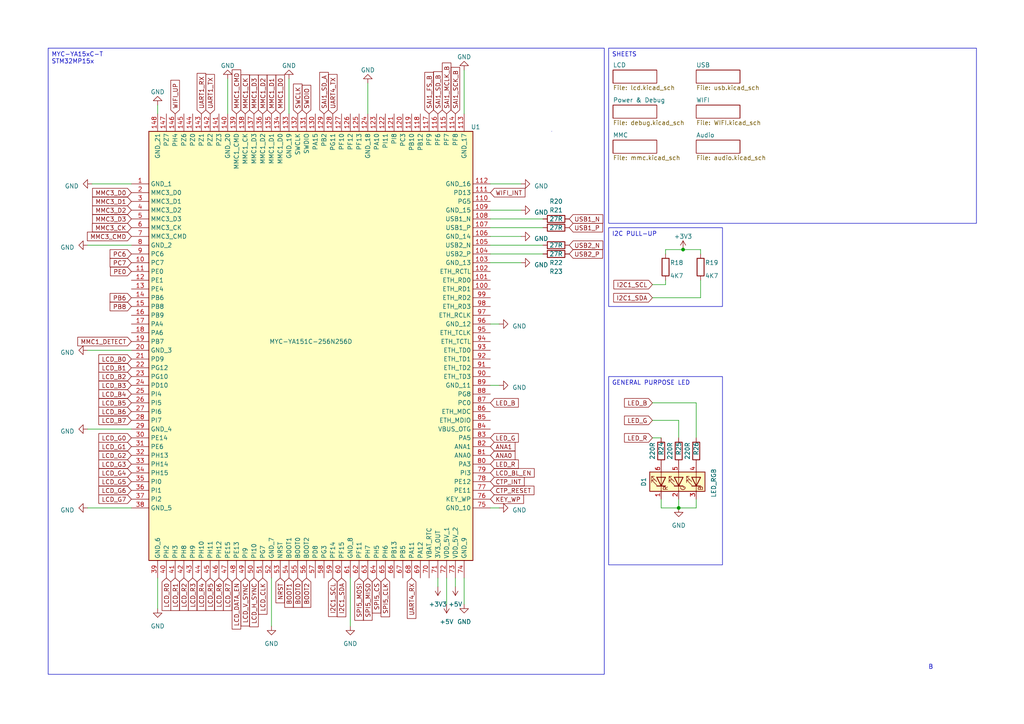
<source format=kicad_sch>
(kicad_sch (version 20230121) (generator eeschema)
  (paper "A4")
  (lib_symbols
    (symbol "Device:LED_RGB" (pin_names (offset 0) hide)
      (property "Reference" "D" (at 0 9.398 0))
      (property "Value" "LED_RGB" (at 0 -8.89 0))
      (symbol "LED_RGB_0_0"
        (text "B" (at -1.905 -6.35 0) (effects (font (size 1.27 1.27))))
        (text "G" (at -1.905 -1.27 0) (effects (font (size 1.27 1.27))))
        (text "R" (at -1.905 3.81 0) (effects (font (size 1.27 1.27))))
      )
      (symbol "LED_RGB_0_1"
        (polyline (pts (xy -1.27 -5.08) (xy -2.54 -5.08)))
        (polyline (pts (xy -1.27 -5.08) (xy 1.27 -5.08)))
        (polyline (pts (xy -1.27 -3.81) (xy -1.27 -6.35)) (stroke (width 0.254)))
        (polyline (pts (xy -1.27 0) (xy -2.54 0)))
        (polyline (pts (xy -1.27 1.27) (xy -1.27 -1.27)) (stroke (width 0.254)))
        (polyline (pts (xy -1.27 5.08) (xy -2.54 5.08)))
        (polyline (pts (xy -1.27 5.08) (xy 1.27 5.08)))
        (polyline (pts (xy -1.27 6.35) (xy -1.27 3.81)) (stroke (width 0.254)))
        (polyline (pts (xy 1.27 -5.08) (xy 2.54 -5.08)))
        (polyline (pts (xy 1.27 0) (xy -1.27 0)))
        (polyline (pts (xy 1.27 0) (xy 2.54 0)))
        (polyline (pts (xy 1.27 5.08) (xy 2.54 5.08)))
        (polyline (pts (xy -1.27 1.27) (xy -1.27 -1.27) (xy -1.27 -1.27)))
        (polyline (pts (xy -1.27 6.35) (xy -1.27 3.81) (xy -1.27 3.81)))
        (polyline (pts (xy 1.27 -3.81) (xy 1.27 -6.35) (xy -1.27 -5.08) (xy 1.27 -3.81)) (stroke (width 0.254)))
        (polyline (pts (xy 1.27 1.27) (xy 1.27 -1.27) (xy -1.27 0) (xy 1.27 1.27)) (stroke (width 0.254)))
        (polyline (pts (xy 1.27 6.35) (xy 1.27 3.81) (xy -1.27 5.08) (xy 1.27 6.35)) (stroke (width 0.254)))
        (polyline (pts (xy -1.016 -3.81) (xy 0.508 -2.286) (xy -0.254 -2.286) (xy 0.508 -2.286) (xy 0.508 -3.048)))
        (polyline (pts (xy -1.016 1.27) (xy 0.508 2.794) (xy -0.254 2.794) (xy 0.508 2.794) (xy 0.508 2.032)))
        (polyline (pts (xy -1.016 6.35) (xy 0.508 7.874) (xy -0.254 7.874) (xy 0.508 7.874) (xy 0.508 7.112)))
        (polyline (pts (xy 0 -3.81) (xy 1.524 -2.286) (xy 0.762 -2.286) (xy 1.524 -2.286) (xy 1.524 -3.048)))
        (polyline (pts (xy 0 1.27) (xy 1.524 2.794) (xy 0.762 2.794) (xy 1.524 2.794) (xy 1.524 2.032)))
        (polyline (pts (xy 0 6.35) (xy 1.524 7.874) (xy 0.762 7.874) (xy 1.524 7.874) (xy 1.524 7.112)))
        (rectangle (start 1.27 -1.27) (end 1.27 1.27))
        (rectangle (start 1.27 1.27) (end 1.27 1.27))
        (rectangle (start 1.27 3.81) (end 1.27 6.35))
        (rectangle (start 1.27 6.35) (end 1.27 6.35))
        (rectangle (start 2.794 8.382) (end -2.794 -7.62) (stroke (width 0.254)) (fill (type background)))
      )
      (symbol "LED_RGB_1_1"
        (pin passive line (at -5.08 5.08 0) (length 2.54) (name "RK") (number "1"))
        (pin passive line (at -5.08 0 0) (length 2.54) (name "GK") (number "2"))
        (pin passive line (at -5.08 -5.08 0) (length 2.54) (name "BK") (number "3"))
        (pin passive line (at 5.08 -5.08 180) (length 2.54) (name "BA") (number "4"))
        (pin passive line (at 5.08 0 180) (length 2.54) (name "GA") (number "5"))
        (pin passive line (at 5.08 5.08 180) (length 2.54) (name "RA") (number "6"))
      )
    )
    (symbol "Device:R" (pin_numbers hide) (pin_names (offset 0))
      (property "Reference" "R" (at 2.032 0 90))
      (property "Value" "R" (at 0 0 90))
      (symbol "R_0_1"
        (rectangle (start -1.016 -2.54) (end 1.016 2.54) (stroke (width 0.254)))
      )
      (symbol "R_1_1"
        (pin passive line (at 0 3.81 270) (length 1.27) (name "~") (number "1"))
        (pin passive line (at 0 -3.81 90) (length 1.27) (name "~") (number "2"))
      )
    )
    (symbol "components:MYC-YA151C-256N256D-65-C-T"
      (property "Reference" "U" (at 100.33 20.32 0))
      (property "Value" "MYC-YA151C-256N256D-65-C-T" (at 100.33 17.78 0))
      (symbol "MYC-YA151C-256N256D-65-C-T_1_1"
        (rectangle (start 5.08 15.24) (end 99.06 -109.22) (stroke (width 0.254)) (fill (type background)))
        (pin passive line (at 0 0 0) (length 5.08) (name "GND_1") (number "1"))
        (pin passive line (at 0 -22.86 0) (length 5.08) (name "PC7") (number "10"))
        (pin passive line (at 104.14 -30.48 180) (length 5.08) (name "ETH_RD1") (number "100"))
        (pin passive line (at 104.14 -27.94 180) (length 5.08) (name "ETH_RD0") (number "101"))
        (pin passive line (at 104.14 -25.4 180) (length 5.08) (name "ETH_RCTL") (number "102"))
        (pin passive line (at 104.14 -22.86 180) (length 5.08) (name "GND_13") (number "103"))
        (pin passive line (at 104.14 -20.32 180) (length 5.08) (name "USB2_P") (number "104"))
        (pin passive line (at 104.14 -17.78 180) (length 5.08) (name "USB2_N") (number "105"))
        (pin passive line (at 104.14 -15.24 180) (length 5.08) (name "GND_14") (number "106"))
        (pin passive line (at 104.14 -12.7 180) (length 5.08) (name "USB1_P") (number "107"))
        (pin passive line (at 104.14 -10.16 180) (length 5.08) (name "USB1_N") (number "108"))
        (pin passive line (at 104.14 -7.62 180) (length 5.08) (name "GND_15") (number "109"))
        (pin passive line (at 0 -25.4 0) (length 5.08) (name "PE0") (number "11"))
        (pin passive line (at 104.14 -5.08 180) (length 5.08) (name "PG5") (number "110"))
        (pin passive line (at 104.14 -2.54 180) (length 5.08) (name "PD13") (number "111"))
        (pin passive line (at 104.14 0 180) (length 5.08) (name "GND_16") (number "112"))
        (pin passive line (at 96.52 20.32 270) (length 5.08) (name "GND_17") (number "113"))
        (pin passive line (at 93.98 20.32 270) (length 5.08) (name "PF8") (number "114"))
        (pin passive line (at 91.44 20.32 270) (length 5.08) (name "PF7") (number "115"))
        (pin passive line (at 88.9 20.32 270) (length 5.08) (name "PF6") (number "116"))
        (pin passive line (at 86.36 20.32 270) (length 5.08) (name "PF9") (number "117"))
        (pin passive line (at 83.82 20.32 270) (length 5.08) (name "PB12") (number "118"))
        (pin passive line (at 81.28 20.32 270) (length 5.08) (name "PB10") (number "119"))
        (pin passive line (at 0 -27.94 0) (length 5.08) (name "PE1") (number "12"))
        (pin passive line (at 78.74 20.32 270) (length 5.08) (name "PC3") (number "120"))
        (pin passive line (at 76.2 20.32 270) (length 5.08) (name "PI8") (number "121"))
        (pin passive line (at 73.66 20.32 270) (length 5.08) (name "PI11") (number "122"))
        (pin passive line (at 71.12 20.32 270) (length 5.08) (name "PA10") (number "123"))
        (pin passive line (at 68.58 20.32 270) (length 5.08) (name "GND_18") (number "124"))
        (pin passive line (at 66.04 20.32 270) (length 5.08) (name "PF13") (number "125"))
        (pin passive line (at 63.5 20.32 270) (length 5.08) (name "PF12") (number "126"))
        (pin passive line (at 60.96 20.32 270) (length 5.08) (name "PF10") (number "127"))
        (pin passive line (at 58.42 20.32 270) (length 5.08) (name "PG11") (number "128"))
        (pin passive line (at 55.88 20.32 270) (length 5.08) (name "PB2") (number "129"))
        (pin passive line (at 0 -30.48 0) (length 5.08) (name "PE4") (number "13"))
        (pin passive line (at 53.34 20.32 270) (length 5.08) (name "PA15") (number "130"))
        (pin passive line (at 50.8 20.32 270) (length 5.08) (name "SWDIO") (number "131"))
        (pin passive line (at 48.26 20.32 270) (length 5.08) (name "SWCLK") (number "132"))
        (pin passive line (at 45.72 20.32 270) (length 5.08) (name "GND_19") (number "133"))
        (pin passive line (at 43.18 20.32 270) (length 5.08) (name "MMC1_D0") (number "134"))
        (pin passive line (at 40.64 20.32 270) (length 5.08) (name "MMC1_D1") (number "135"))
        (pin passive line (at 38.1 20.32 270) (length 5.08) (name "MMC1_D2") (number "136"))
        (pin passive line (at 35.56 20.32 270) (length 5.08) (name "MMC1_D3") (number "137"))
        (pin passive line (at 33.02 20.32 270) (length 5.08) (name "MMC1_CK") (number "138"))
        (pin passive line (at 30.48 20.32 270) (length 5.08) (name "MMC1_CMD") (number "139"))
        (pin passive line (at 0 -33.02 0) (length 5.08) (name "PB6") (number "14"))
        (pin passive line (at 27.94 20.32 270) (length 5.08) (name "GND_20") (number "140"))
        (pin passive line (at 25.4 20.32 270) (length 5.08) (name "PZ3") (number "141"))
        (pin passive line (at 22.86 20.32 270) (length 5.08) (name "PZ2") (number "142"))
        (pin passive line (at 20.32 20.32 270) (length 5.08) (name "PZ1") (number "143"))
        (pin passive line (at 17.78 20.32 270) (length 5.08) (name "PZ0") (number "144"))
        (pin passive line (at 15.24 20.32 270) (length 5.08) (name "PZ6") (number "145"))
        (pin passive line (at 12.7 20.32 270) (length 5.08) (name "PH4") (number "146"))
        (pin passive line (at 10.16 20.32 270) (length 5.08) (name "PZ7") (number "147"))
        (pin passive line (at 7.62 20.32 270) (length 5.08) (name "GND_21") (number "148"))
        (pin passive line (at 0 -35.56 0) (length 5.08) (name "PB8") (number "15"))
        (pin passive line (at 0 -38.1 0) (length 5.08) (name "PB9") (number "16"))
        (pin passive line (at 0 -40.64 0) (length 5.08) (name "PA4") (number "17"))
        (pin passive line (at 0 -43.18 0) (length 5.08) (name "PA6") (number "18"))
        (pin passive line (at 0 -45.72 0) (length 5.08) (name "PB7") (number "19"))
        (pin passive line (at 0 -2.54 0) (length 5.08) (name "MMC3_D0") (number "2"))
        (pin passive line (at 0 -48.26 0) (length 5.08) (name "GND_3") (number "20"))
        (pin passive line (at 0 -50.8 0) (length 5.08) (name "PD9") (number "21"))
        (pin passive line (at 0 -53.34 0) (length 5.08) (name "PG12") (number "22"))
        (pin passive line (at 0 -55.88 0) (length 5.08) (name "PG10") (number "23"))
        (pin passive line (at 0 -58.42 0) (length 5.08) (name "PD10") (number "24"))
        (pin passive line (at 0 -60.96 0) (length 5.08) (name "PI4") (number "25"))
        (pin passive line (at 0 -63.5 0) (length 5.08) (name "PI5") (number "26"))
        (pin passive line (at 0 -66.04 0) (length 5.08) (name "PI6") (number "27"))
        (pin passive line (at 0 -68.58 0) (length 5.08) (name "PI7") (number "28"))
        (pin passive line (at 0 -71.12 0) (length 5.08) (name "GND_4") (number "29"))
        (pin passive line (at 0 -5.08 0) (length 5.08) (name "MMC3_D1") (number "3"))
        (pin passive line (at 0 -73.66 0) (length 5.08) (name "PE14") (number "30"))
        (pin passive line (at 0 -76.2 0) (length 5.08) (name "PE6") (number "31"))
        (pin passive line (at 0 -78.74 0) (length 5.08) (name "PH13") (number "32"))
        (pin passive line (at 0 -81.28 0) (length 5.08) (name "PH14") (number "33"))
        (pin passive line (at 0 -83.82 0) (length 5.08) (name "PH15") (number "34"))
        (pin passive line (at 0 -86.36 0) (length 5.08) (name "PI0") (number "35"))
        (pin passive line (at 0 -88.9 0) (length 5.08) (name "PI1") (number "36"))
        (pin passive line (at 0 -91.44 0) (length 5.08) (name "PI2") (number "37"))
        (pin passive line (at 0 -93.98 0) (length 5.08) (name "GND_5") (number "38"))
        (pin passive line (at 7.62 -114.3 90) (length 5.08) (name "GND_6") (number "39"))
        (pin passive line (at 0 -7.62 0) (length 5.08) (name "MMC3_D2") (number "4"))
        (pin passive line (at 10.16 -114.3 90) (length 5.08) (name "PH2") (number "40"))
        (pin passive line (at 12.7 -114.3 90) (length 5.08) (name "PH3") (number "41"))
        (pin passive line (at 15.24 -114.3 90) (length 5.08) (name "PH8") (number "42"))
        (pin passive line (at 17.78 -114.3 90) (length 5.08) (name "PH9") (number "43"))
        (pin passive line (at 20.32 -114.3 90) (length 5.08) (name "PH10") (number "44"))
        (pin passive line (at 22.86 -114.3 90) (length 5.08) (name "PH11") (number "45"))
        (pin passive line (at 25.4 -114.3 90) (length 5.08) (name "PH12") (number "46"))
        (pin passive line (at 27.94 -114.3 90) (length 5.08) (name "PE15") (number "47"))
        (pin passive line (at 30.48 -114.3 90) (length 5.08) (name "PE13") (number "48"))
        (pin passive line (at 33.02 -114.3 90) (length 5.08) (name "PI9") (number "49"))
        (pin passive line (at 0 -10.16 0) (length 5.08) (name "MMC3_D3") (number "5"))
        (pin passive line (at 35.56 -114.3 90) (length 5.08) (name "PI10") (number "50"))
        (pin passive line (at 38.1 -114.3 90) (length 5.08) (name "PG7") (number "51"))
        (pin passive line (at 40.64 -114.3 90) (length 5.08) (name "GND_7") (number "52"))
        (pin passive line (at 43.18 -114.3 90) (length 5.08) (name "NRST") (number "53"))
        (pin passive line (at 45.72 -114.3 90) (length 5.08) (name "BOOT1") (number "54"))
        (pin passive line (at 48.26 -114.3 90) (length 5.08) (name "BOOT0") (number "55"))
        (pin passive line (at 50.8 -114.3 90) (length 5.08) (name "BOOT2") (number "56"))
        (pin passive line (at 53.34 -114.3 90) (length 5.08) (name "PD8") (number "57"))
        (pin passive line (at 55.88 -114.3 90) (length 5.08) (name "PG3") (number "58"))
        (pin passive line (at 58.42 -114.3 90) (length 5.08) (name "PF14") (number "59"))
        (pin passive line (at 0 -12.7 0) (length 5.08) (name "MMC3_CK") (number "6"))
        (pin passive line (at 60.96 -114.3 90) (length 5.08) (name "PF15") (number "60"))
        (pin passive line (at 63.5 -114.3 90) (length 5.08) (name "GND_8") (number "61"))
        (pin passive line (at 66.04 -114.3 90) (length 5.08) (name "PF11") (number "62"))
        (pin passive line (at 68.58 -114.3 90) (length 5.08) (name "PH7") (number "63"))
        (pin passive line (at 71.12 -114.3 90) (length 5.08) (name "PH5") (number "64"))
        (pin passive line (at 73.66 -114.3 90) (length 5.08) (name "PH6") (number "65"))
        (pin passive line (at 76.2 -114.3 90) (length 5.08) (name "PB13") (number "66"))
        (pin passive line (at 78.74 -114.3 90) (length 5.08) (name "PB5") (number "67"))
        (pin passive line (at 81.28 -114.3 90) (length 5.08) (name "PA11") (number "68"))
        (pin passive line (at 83.82 -114.3 90) (length 5.08) (name "PA12") (number "69"))
        (pin passive line (at 0 -15.24 0) (length 5.08) (name "MMC3_CMD") (number "7"))
        (pin passive line (at 86.36 -114.3 90) (length 5.08) (name "VBAT_RTC") (number "70"))
        (pin passive line (at 88.9 -114.3 90) (length 5.08) (name "3V3_OUT") (number "71"))
        (pin passive line (at 91.44 -114.3 90) (length 5.08) (name "VDD_5V_1") (number "72"))
        (pin passive line (at 93.98 -114.3 90) (length 5.08) (name "VDD_5V_2") (number "73"))
        (pin passive line (at 96.52 -114.3 90) (length 5.08) (name "GND_9") (number "74"))
        (pin passive line (at 104.14 -93.98 180) (length 5.08) (name "GND_10") (number "75"))
        (pin passive line (at 104.14 -91.44 180) (length 5.08) (name "KEY_WP") (number "76"))
        (pin passive line (at 104.14 -88.9 180) (length 5.08) (name "PE11") (number "77"))
        (pin passive line (at 104.14 -86.36 180) (length 5.08) (name "PE12") (number "78"))
        (pin passive line (at 104.14 -83.82 180) (length 5.08) (name "PI3") (number "79"))
        (pin passive line (at 0 -17.78 0) (length 5.08) (name "GND_2") (number "8"))
        (pin passive line (at 104.14 -81.28 180) (length 5.08) (name "PA3") (number "80"))
        (pin passive line (at 104.14 -78.74 180) (length 5.08) (name "ANA0") (number "81"))
        (pin passive line (at 104.14 -76.2 180) (length 5.08) (name "ANA1") (number "82"))
        (pin passive line (at 104.14 -73.66 180) (length 5.08) (name "PA5") (number "83"))
        (pin passive line (at 104.14 -71.12 180) (length 5.08) (name "VBUS_OTG") (number "84"))
        (pin passive line (at 104.14 -68.58 180) (length 5.08) (name "ETH_MDIO") (number "85"))
        (pin passive line (at 104.14 -66.04 180) (length 5.08) (name "ETH_MDC") (number "86"))
        (pin passive line (at 104.14 -63.5 180) (length 5.08) (name "PC0") (number "87"))
        (pin passive line (at 104.14 -60.96 180) (length 5.08) (name "PG8") (number "88"))
        (pin passive line (at 104.14 -58.42 180) (length 5.08) (name "GND_11") (number "89"))
        (pin passive line (at 0 -20.32 0) (length 5.08) (name "PC6") (number "9"))
        (pin passive line (at 104.14 -55.88 180) (length 5.08) (name "ETH_TD3") (number "90"))
        (pin passive line (at 104.14 -53.34 180) (length 5.08) (name "ETH_TD2") (number "91"))
        (pin passive line (at 104.14 -50.8 180) (length 5.08) (name "ETH_TD1") (number "92"))
        (pin passive line (at 104.14 -48.26 180) (length 5.08) (name "ETH_TD0") (number "93"))
        (pin passive line (at 104.14 -45.72 180) (length 5.08) (name "ETH_TCTL") (number "94"))
        (pin passive line (at 104.14 -43.18 180) (length 5.08) (name "ETH_TCLK") (number "95"))
        (pin passive line (at 104.14 -40.64 180) (length 5.08) (name "GND_12") (number "96"))
        (pin passive line (at 104.14 -38.1 180) (length 5.08) (name "ETH_RCLK") (number "97"))
        (pin passive line (at 104.14 -35.56 180) (length 5.08) (name "ETH_RD3") (number "98"))
        (pin passive line (at 104.14 -33.02 180) (length 5.08) (name "ETH_RD2") (number "99"))
      )
    )
    (symbol "power:+3V3" (power) (pin_names (offset 0))
      (property "Value" "+3V3" (at 0 3.556 0))
      (symbol "+3V3_0_1"
        (polyline (pts (xy -0.762 1.27) (xy 0 2.54)))
        (polyline (pts (xy 0 0) (xy 0 2.54)))
        (polyline (pts (xy 0 2.54) (xy 0.762 1.27)))
      )
      (symbol "+3V3_1_1"
        (pin power_in line (at 0 0 90) (length 0) hide (name "+3V3") (number "1"))
      )
    )
    (symbol "power:+5V" (power) (pin_names (offset 0))
      (property "Value" "+5V" (at 0 3.556 0))
      (symbol "+5V_0_1"
        (polyline (pts (xy -0.762 1.27) (xy 0 2.54)))
        (polyline (pts (xy 0 0) (xy 0 2.54)))
        (polyline (pts (xy 0 2.54) (xy 0.762 1.27)))
      )
      (symbol "+5V_1_1"
        (pin power_in line (at 0 0 90) (length 0) hide (name "+5V") (number "1"))
      )
    )
    (symbol "power:GND" (power) (pin_names (offset 0))
      (property "Value" "GND" (at 0 -3.81 0))
      (symbol "GND_0_1"
        (polyline (pts (xy 0 0) (xy 0 -1.27) (xy 1.27 -1.27) (xy 0 -2.54) (xy -1.27 -1.27) (xy 0 -1.27)))
      )
      (symbol "GND_1_1"
        (pin power_in line (at 0 0 270) (length 0) hide (name "GND") (number "1"))
      )
    )
  )
  (junction (at 196.85 147.32))
  (junction (at 198.12 72.39))
  (wire (pts (xy 191.77 127) (xy 189.23 127)))
  (wire (pts (xy 196.85 127) (xy 196.85 121.92)))
  (wire (pts (xy 151.13 53.34) (xy 142.24 53.34)))
  (wire (pts (xy 83.82 22.86) (xy 83.82 33.02)))
  (wire (pts (xy 134.62 20.32) (xy 134.62 33.02)))
  (wire (pts (xy 189.23 86.36) (xy 203.2 86.36)))
  (wire (pts (xy 151.13 76.2) (xy 142.24 76.2)))
  (wire (pts (xy 25.4 71.12) (xy 38.1 71.12)))
  (wire (pts (xy 106.68 24.13) (xy 106.68 33.02)))
  (wire (pts (xy 198.12 72.39) (xy 203.2 72.39)))
  (wire (pts (xy 142.24 71.12) (xy 157.48 71.12)))
  (wire (pts (xy 25.4 147.32) (xy 38.1 147.32)))
  (wire (pts (xy 203.2 72.39) (xy 203.2 73.66)))
  (wire (pts (xy 191.77 147.32) (xy 196.85 147.32)))
  (wire (pts (xy 193.04 82.55) (xy 193.04 81.28)))
  (wire (pts (xy 144.78 147.32) (xy 142.24 147.32)))
  (wire (pts (xy 45.72 176.53) (xy 45.72 167.64)))
  (wire (pts (xy 25.4 124.46) (xy 38.1 124.46)))
  (wire (pts (xy 196.85 144.78) (xy 196.85 147.32)))
  (wire (pts (xy 144.78 93.98) (xy 142.24 93.98)))
  (wire (pts (xy 45.72 30.48) (xy 45.72 33.02)))
  (wire (pts (xy 25.4 101.6) (xy 38.1 101.6)))
  (wire (pts (xy 134.62 175.26) (xy 134.62 167.64)))
  (wire (pts (xy 193.04 73.66) (xy 193.04 72.39)))
  (wire (pts (xy 201.93 116.84) (xy 189.23 116.84)))
  (wire (pts (xy 189.23 82.55) (xy 193.04 82.55)))
  (wire (pts (xy 189.23 121.92) (xy 196.85 121.92)))
  (wire (pts (xy 151.13 60.96) (xy 142.24 60.96)))
  (wire (pts (xy 101.6 181.61) (xy 101.6 167.64)))
  (wire (pts (xy 193.04 72.39) (xy 198.12 72.39)))
  (wire (pts (xy 144.78 111.76) (xy 142.24 111.76)))
  (wire (pts (xy 129.54 175.26) (xy 129.54 167.64)))
  (wire (pts (xy 78.74 167.64) (xy 78.74 181.61)))
  (wire (pts (xy 201.93 127) (xy 201.93 116.84)))
  (wire (pts (xy 127 170.18) (xy 127 167.64)))
  (wire (pts (xy 26.67 53.34) (xy 38.1 53.34)))
  (wire (pts (xy 66.04 22.86) (xy 66.04 33.02)))
  (wire (pts (xy 142.24 73.66) (xy 157.48 73.66)))
  (wire (pts (xy 201.93 144.78) (xy 201.93 147.32)))
  (wire (pts (xy 132.08 170.18) (xy 132.08 167.64)))
  (wire (pts (xy 142.24 63.5) (xy 157.48 63.5)))
  (wire (pts (xy 203.2 86.36) (xy 203.2 81.28)))
  (wire (pts (xy 142.24 66.04) (xy 157.48 66.04)))
  (wire (pts (xy 151.13 68.58) (xy 142.24 68.58)))
  (wire (pts (xy 191.77 144.78) (xy 191.77 147.32)))
  (wire (pts (xy 201.93 147.32) (xy 196.85 147.32)))
  (rectangle (start 160.02 38.1) (end 160.02 38.1))
  (text_box "GENERAL PURPOSE LED" (at 176.53 109.22 0) (size 33.02 54.61) (effects (font (size 1.27 1.27)) (justify left top)))
  (text_box "I2C PULL-UP" (at 176.53 66.04 0) (size 33.02 22.86) (effects (font (size 1.27 1.27)) (justify left top)))
  (text_box "SHEETS" (at 176.53 13.97 0) (size 106.68 50.8) (effects (font (size 1.27 1.27)) (justify left top)))
  (text_box "MYC-YA15xC-T\nSTM32MP15x" (at 13.97 13.97 0) (size 161.29 181.61) (effects (font (size 1.27 1.27)) (justify left top)))
  (text "B" (at 269.24 194.31 0) (effects (font (size 1.27 1.27)) (justify left bottom)))
  (global_label "SAI1_FS_B" (shape input) (at 124.46 33.02 90) (property "Intersheetrefs" "${INTERSHEET_REFS}" (effects hide)))
  (global_label "PE0" (shape input) (at 38.1 78.74 180) (property "Intersheetrefs" "${INTERSHEET_REFS}" (effects hide)))
  (global_label "I2C1_SCL" (shape input) (at 189.23 82.55 180) (property "Intersheetrefs" "${INTERSHEET_REFS}" (effects hide)))
  (global_label "LCD_G4" (shape input) (at 38.1 137.16 180) (property "Intersheetrefs" "${INTERSHEET_REFS}" (effects hide)))
  (global_label "ANA0" (shape input) (at 142.24 132.08 0) (property "Intersheetrefs" "${INTERSHEET_REFS}" (effects hide)))
  (global_label "PC7" (shape input) (at 38.1 76.2 180) (property "Intersheetrefs" "${INTERSHEET_REFS}" (effects hide)))
  (global_label "UART1_TX" (shape input) (at 60.96 33.02 90) (property "Intersheetrefs" "${INTERSHEET_REFS}" (effects hide)))
  (global_label "SWCLK" (shape input) (at 86.36 33.02 90) (property "Intersheetrefs" "${INTERSHEET_REFS}" (effects hide)))
  (global_label "LCD_R4" (shape input) (at 58.42 167.64 270) (property "Intersheetrefs" "${INTERSHEET_REFS}" (effects hide)))
  (global_label "WIFI_INT" (shape input) (at 142.24 55.88 0) (property "Intersheetrefs" "${INTERSHEET_REFS}" (effects hide)))
  (global_label "LED_G" (shape input) (at 142.24 127 0) (property "Intersheetrefs" "${INTERSHEET_REFS}" (effects hide)))
  (global_label "KEY_WP" (shape input) (at 142.24 144.78 0) (property "Intersheetrefs" "${INTERSHEET_REFS}" (effects hide)))
  (global_label "SAI1_MCLK_B" (shape input) (at 129.54 33.02 90) (property "Intersheetrefs" "${INTERSHEET_REFS}" (effects hide)))
  (global_label "LCD_R0" (shape input) (at 48.26 167.64 270) (property "Intersheetrefs" "${INTERSHEET_REFS}" (effects hide)))
  (global_label "SPI5_MOSI" (shape input) (at 104.14 167.64 270) (property "Intersheetrefs" "${INTERSHEET_REFS}" (effects hide)))
  (global_label "LCD_R5" (shape input) (at 60.96 167.64 270) (property "Intersheetrefs" "${INTERSHEET_REFS}" (effects hide)))
  (global_label "LED_R" (shape input) (at 189.23 127 180) (property "Intersheetrefs" "${INTERSHEET_REFS}" (effects hide)))
  (global_label "SPI5_MISO" (shape input) (at 106.68 167.64 270) (property "Intersheetrefs" "${INTERSHEET_REFS}" (effects hide)))
  (global_label "UART1_RX" (shape input) (at 58.42 33.02 90) (property "Intersheetrefs" "${INTERSHEET_REFS}" (effects hide)))
  (global_label "BOOT1" (shape input) (at 83.82 167.64 270) (property "Intersheetrefs" "${INTERSHEET_REFS}" (effects hide)))
  (global_label "LCD_B2" (shape input) (at 38.1 109.22 180) (property "Intersheetrefs" "${INTERSHEET_REFS}" (effects hide)))
  (global_label "LCD_CLK" (shape input) (at 76.2 167.64 270) (property "Intersheetrefs" "${INTERSHEET_REFS}" (effects hide)))
  (global_label "LCD_B4" (shape input) (at 38.1 114.3 180) (property "Intersheetrefs" "${INTERSHEET_REFS}" (effects hide)))
  (global_label "I2C1_SCL" (shape input) (at 96.52 167.64 270) (property "Intersheetrefs" "${INTERSHEET_REFS}" (effects hide)))
  (global_label "LCD_G5" (shape input) (at 38.1 139.7 180) (property "Intersheetrefs" "${INTERSHEET_REFS}" (effects hide)))
  (global_label "USB2_N" (shape input) (at 165.1 71.12 0) (property "Intersheetrefs" "${INTERSHEET_REFS}" (effects hide)))
  (global_label "PB8" (shape input) (at 38.1 88.9 180) (property "Intersheetrefs" "${INTERSHEET_REFS}" (effects hide)))
  (global_label "LCD_B3" (shape input) (at 38.1 111.76 180) (property "Intersheetrefs" "${INTERSHEET_REFS}" (effects hide)))
  (global_label "I2C1_SDA" (shape input) (at 99.06 167.64 270) (property "Intersheetrefs" "${INTERSHEET_REFS}" (effects hide)))
  (global_label "WIFI_UP" (shape input) (at 50.8 33.02 90) (property "Intersheetrefs" "${INTERSHEET_REFS}" (effects hide)))
  (global_label "LED_G" (shape input) (at 189.23 121.92 180) (property "Intersheetrefs" "${INTERSHEET_REFS}" (effects hide)))
  (global_label "MMC3_D3" (shape input) (at 38.1 63.5 180) (property "Intersheetrefs" "${INTERSHEET_REFS}" (effects hide)))
  (global_label "MMC1_D3" (shape input) (at 73.66 33.02 90) (property "Intersheetrefs" "${INTERSHEET_REFS}" (effects hide)))
  (global_label "SAI1_SD_B" (shape input) (at 127 33.02 90) (property "Intersheetrefs" "${INTERSHEET_REFS}" (effects hide)))
  (global_label "MMC1_DETECT" (shape input) (at 38.1 99.06 180) (property "Intersheetrefs" "${INTERSHEET_REFS}" (effects hide)))
  (global_label "LCD_R6" (shape input) (at 63.5 167.64 270) (property "Intersheetrefs" "${INTERSHEET_REFS}" (effects hide)))
  (global_label "LCD_R3" (shape input) (at 55.88 167.64 270) (property "Intersheetrefs" "${INTERSHEET_REFS}" (effects hide)))
  (global_label "UART4_TX" (shape input) (at 96.52 33.02 90) (property "Intersheetrefs" "${INTERSHEET_REFS}" (effects hide)))
  (global_label "LCD_G0" (shape input) (at 38.1 127 180) (property "Intersheetrefs" "${INTERSHEET_REFS}" (effects hide)))
  (global_label "MMC1_CK" (shape input) (at 71.12 33.02 90) (property "Intersheetrefs" "${INTERSHEET_REFS}" (effects hide)))
  (global_label "ANA1" (shape input) (at 142.24 129.54 0) (property "Intersheetrefs" "${INTERSHEET_REFS}" (effects hide)))
  (global_label "LED_R" (shape input) (at 142.24 134.62 0) (property "Intersheetrefs" "${INTERSHEET_REFS}" (effects hide)))
  (global_label "UART4_RX" (shape input) (at 119.38 167.64 270) (property "Intersheetrefs" "${INTERSHEET_REFS}" (effects hide)))
  (global_label "I2C1_SDA" (shape input) (at 189.23 86.36 180) (property "Intersheetrefs" "${INTERSHEET_REFS}" (effects hide)))
  (global_label "SAI1_SD_A" (shape input) (at 93.98 33.02 90) (property "Intersheetrefs" "${INTERSHEET_REFS}" (effects hide)))
  (global_label "BOOT2" (shape input) (at 88.9 167.64 270) (property "Intersheetrefs" "${INTERSHEET_REFS}" (effects hide)))
  (global_label "LCD_R2" (shape input) (at 53.34 167.64 270) (property "Intersheetrefs" "${INTERSHEET_REFS}" (effects hide)))
  (global_label "MMC1_D0" (shape input) (at 81.28 33.02 90) (property "Intersheetrefs" "${INTERSHEET_REFS}" (effects hide)))
  (global_label "LCD_B5" (shape input) (at 38.1 116.84 180) (property "Intersheetrefs" "${INTERSHEET_REFS}" (effects hide)))
  (global_label "PB6" (shape input) (at 38.1 86.36 180) (property "Intersheetrefs" "${INTERSHEET_REFS}" (effects hide)))
  (global_label "LCD_B0" (shape input) (at 38.1 104.14 180) (property "Intersheetrefs" "${INTERSHEET_REFS}" (effects hide)))
  (global_label "PC6" (shape input) (at 38.1 73.66 180) (property "Intersheetrefs" "${INTERSHEET_REFS}" (effects hide)))
  (global_label "SWDIO" (shape input) (at 88.9 33.02 90) (property "Intersheetrefs" "${INTERSHEET_REFS}" (effects hide)))
  (global_label "LCD_B7" (shape input) (at 38.1 121.92 180) (property "Intersheetrefs" "${INTERSHEET_REFS}" (effects hide)))
  (global_label "LCD_G1" (shape input) (at 38.1 129.54 180) (property "Intersheetrefs" "${INTERSHEET_REFS}" (effects hide)))
  (global_label "USB1_N" (shape input) (at 165.1 63.5 0) (property "Intersheetrefs" "${INTERSHEET_REFS}" (effects hide)))
  (global_label "MMC3_CMD" (shape input) (at 38.1 68.58 180) (property "Intersheetrefs" "${INTERSHEET_REFS}" (effects hide)))
  (global_label "LCD_G6" (shape input) (at 38.1 142.24 180) (property "Intersheetrefs" "${INTERSHEET_REFS}" (effects hide)))
  (global_label "LCD_B6" (shape input) (at 38.1 119.38 180) (property "Intersheetrefs" "${INTERSHEET_REFS}" (effects hide)))
  (global_label "CTP_INT" (shape input) (at 142.24 139.7 0) (property "Intersheetrefs" "${INTERSHEET_REFS}" (effects hide)))
  (global_label "LCD_BL_EN" (shape input) (at 142.24 137.16 0) (property "Intersheetrefs" "${INTERSHEET_REFS}" (effects hide)))
  (global_label "USB2_P" (shape input) (at 165.1 73.66 0) (property "Intersheetrefs" "${INTERSHEET_REFS}" (effects hide)))
  (global_label "CTP_RESET" (shape input) (at 142.24 142.24 0) (property "Intersheetrefs" "${INTERSHEET_REFS}" (effects hide)))
  (global_label "MMC1_D1" (shape input) (at 78.74 33.02 90) (property "Intersheetrefs" "${INTERSHEET_REFS}" (effects hide)))
  (global_label "MMC3_D2" (shape input) (at 38.1 60.96 180) (property "Intersheetrefs" "${INTERSHEET_REFS}" (effects hide)))
  (global_label "LCD_R1" (shape input) (at 50.8 167.64 270) (property "Intersheetrefs" "${INTERSHEET_REFS}" (effects hide)))
  (global_label "BOOT0" (shape input) (at 86.36 167.64 270) (property "Intersheetrefs" "${INTERSHEET_REFS}" (effects hide)))
  (global_label "MMC1_CMD" (shape input) (at 68.58 33.02 90) (property "Intersheetrefs" "${INTERSHEET_REFS}" (effects hide)))
  (global_label "NRST" (shape input) (at 81.28 167.64 270) (property "Intersheetrefs" "${INTERSHEET_REFS}" (effects hide)))
  (global_label "USB1_P" (shape input) (at 165.1 66.04 0) (property "Intersheetrefs" "${INTERSHEET_REFS}" (effects hide)))
  (global_label "LCD_H_SYNC" (shape input) (at 73.66 167.64 270) (property "Intersheetrefs" "${INTERSHEET_REFS}" (effects hide)))
  (global_label "LCD_R7" (shape input) (at 66.04 167.64 270) (property "Intersheetrefs" "${INTERSHEET_REFS}" (effects hide)))
  (global_label "MMC3_D1" (shape input) (at 38.1 58.42 180) (property "Intersheetrefs" "${INTERSHEET_REFS}" (effects hide)))
  (global_label "MMC3_D0" (shape input) (at 38.1 55.88 180) (property "Intersheetrefs" "${INTERSHEET_REFS}" (effects hide)))
  (global_label "LCD_V_SYNC" (shape input) (at 71.12 167.64 270) (property "Intersheetrefs" "${INTERSHEET_REFS}" (effects hide)))
  (global_label "MMC1_D2" (shape input) (at 76.2 33.02 90) (property "Intersheetrefs" "${INTERSHEET_REFS}" (effects hide)))
  (global_label "SPI5_CLK" (shape input) (at 111.76 167.64 270) (property "Intersheetrefs" "${INTERSHEET_REFS}" (effects hide)))
  (global_label "LCD_G3" (shape input) (at 38.1 134.62 180) (property "Intersheetrefs" "${INTERSHEET_REFS}" (effects hide)))
  (global_label "SAI1_SCK_B" (shape input) (at 132.08 33.02 90) (property "Intersheetrefs" "${INTERSHEET_REFS}" (effects hide)))
  (global_label "LCD_G2" (shape input) (at 38.1 132.08 180) (property "Intersheetrefs" "${INTERSHEET_REFS}" (effects hide)))
  (global_label "LCD_G7" (shape input) (at 38.1 144.78 180) (property "Intersheetrefs" "${INTERSHEET_REFS}" (effects hide)))
  (global_label "LED_B" (shape input) (at 142.24 116.84 0) (property "Intersheetrefs" "${INTERSHEET_REFS}" (effects hide)))
  (global_label "MMC3_CK" (shape input) (at 38.1 66.04 180) (property "Intersheetrefs" "${INTERSHEET_REFS}" (effects hide)))
  (global_label "LCD_DATA_EN" (shape input) (at 68.58 167.64 270) (property "Intersheetrefs" "${INTERSHEET_REFS}" (effects hide)))
  (global_label "SPI5_CS" (shape input) (at 109.22 167.64 270) (property "Intersheetrefs" "${INTERSHEET_REFS}" (effects hide)))
  (global_label "LCD_B1" (shape input) (at 38.1 106.68 180) (property "Intersheetrefs" "${INTERSHEET_REFS}" (effects hide)))
  (global_label "LED_B" (shape input) (at 189.23 116.84 180) (property "Intersheetrefs" "${INTERSHEET_REFS}" (effects hide)))
  (symbol (lib_id "Device:LED_RGB") (at 196.85 139.7 90) (unit 1)
    (property "Reference" "D1" (at 186.69 138.43 0) (effects (justify right)))
    (property "Value" "LED_RGB" (at 207.01 135.89 0) (effects (justify right)))
    (property "Footprint" "LED_SMD:LED_RGB_PLCC-6" (effects hide))
  )
  (symbol (lib_id "power:+3V3") (at 198.12 72.39 0) (unit 1)
    (property "Reference" "#PWR099" (effects hide))
    (property "Value" "+3V3" (at 198.12 68.58 0))
  )
  (symbol (lib_id "power:GND") (at 144.78 147.32 90) (unit 1)
    (property "Reference" "#PWR013" (effects hide))
    (property "Value" "GND" (at 148.59 147.955 90) (effects (justify right)))
  )
  (symbol (lib_id "Device:R") (at 161.29 66.04 90) (unit 1)
    (property "Reference" "R21" (at 161.29 60.96 90))
    (property "Value" "27R" (at 161.29 66.04 90))
    (property "Footprint" "Resistor_SMD:R_1206_3216Metric" (effects hide))
  )
  (symbol (lib_id "Device:R") (at 203.2 77.47 0) (unit 1)
    (property "Reference" "R19" (at 204.47 76.2 0) (effects (justify left)))
    (property "Value" "4K7" (at 204.47 80.01 0) (effects (justify left)))
    (property "Footprint" "Resistor_SMD:R_1206_3216Metric" (effects hide))
  )
  (symbol (lib_id "power:GND") (at 25.4 147.32 270) (unit 1)
    (property "Reference" "#PWR08" (effects hide))
    (property "Value" "GND" (at 21.59 147.955 90) (effects (justify right)))
  )
  (symbol (lib_id "power:GND") (at 151.13 68.58 90) (unit 1)
    (property "Reference" "#PWR038" (effects hide))
    (property "Value" "GND" (at 154.94 69.215 90) (effects (justify right)))
  )
  (symbol (lib_id "power:GND") (at 134.62 175.26 0) (unit 1)
    (property "Reference" "#PWR012" (effects hide))
    (property "Value" "GND" (at 134.62 180.34 0))
  )
  (symbol (lib_id "components:MYC-YA151C-256N256D-65-C-T") (at 38.1 53.34 0) (unit 1)
    (property "Reference" "U1" (at 136.5759 36.83 0) (effects (justify left)))
    (property "Value" "MYC-YA151C-256N256D" (at 90.17 99.06 0))
    (property "Footprint" "components:MYCYA151C256N256D65CT" (effects hide))
    (property "Datasheet" "https://www.myirtech.com/download/STM32/MYC-YA15XC-T-ProductManual.pdf" (effects hide))
    (property "Height" "3.5" (effects hide))
    (property "Mouser Part Number" "885-MCA151CN256D65CT" (effects hide))
    (property "Mouser Price/Stock" "https://www.mouser.co.uk/ProductDetail/MYIR/MYC-YA151C-256N256D-65-C-T?qs=e8oIoAS2J1SxKfhSw3h3gA%3D%3D" (effects hide))
    (property "Manufacturer_Name" "MYIR" (effects hide))
    (property "Manufacturer_Part_Number" "MYC-YA151C-256N256D-65-C-T" (effects hide))
  )
  (symbol (lib_id "power:GND") (at 26.67 53.34 270) (unit 1)
    (property "Reference" "#PWR05" (effects hide))
    (property "Value" "GND" (at 22.86 53.975 90) (effects (justify right)))
  )
  (symbol (lib_id "power:+5V") (at 132.08 170.18 180) (unit 1)
    (property "Reference" "#PWR022" (effects hide))
    (property "Value" "+5V" (at 132.08 175.26 0))
  )
  (symbol (lib_id "power:GND") (at 106.68 24.13 180) (unit 1)
    (property "Reference" "#PWR017" (effects hide))
    (property "Value" "GND" (at 106.68 20.32 0))
  )
  (symbol (lib_id "Device:R") (at 161.29 63.5 90) (unit 1)
    (property "Reference" "R20" (at 161.29 58.42 90))
    (property "Value" "27R" (at 161.29 63.5 90))
    (property "Footprint" "Resistor_SMD:R_1206_3216Metric" (effects hide))
  )
  (symbol (lib_id "power:GND") (at 66.04 22.86 180) (unit 1)
    (property "Reference" "#PWR019" (effects hide))
    (property "Value" "GND" (at 66.04 19.05 0))
  )
  (symbol (lib_id "power:GND") (at 151.13 76.2 90) (unit 1)
    (property "Reference" "#PWR02" (effects hide))
    (property "Value" "GND" (at 154.94 76.835 90) (effects (justify right)))
  )
  (symbol (lib_id "power:GND") (at 83.82 22.86 180) (unit 1)
    (property "Reference" "#PWR020" (effects hide))
    (property "Value" "GND" (at 83.82 19.05 0))
  )
  (symbol (lib_id "power:GND") (at 151.13 53.34 90) (unit 1)
    (property "Reference" "#PWR01" (effects hide))
    (property "Value" "GND" (at 154.94 53.975 90) (effects (justify right)))
  )
  (symbol (lib_id "Device:R") (at 196.85 130.81 0) (unit 1)
    (property "Reference" "R25" (at 196.85 132.08 90) (effects (justify left)))
    (property "Value" "220R" (at 194.31 133.35 90) (effects (justify left)))
    (property "Footprint" "Resistor_SMD:R_1206_3216Metric" (effects hide))
  )
  (symbol (lib_id "Device:R") (at 161.29 73.66 90) (unit 1)
    (property "Reference" "R23" (at 161.29 78.74 90))
    (property "Value" "27R" (at 161.29 71.12 90))
    (property "Footprint" "Resistor_SMD:R_1206_3216Metric" (effects hide))
  )
  (symbol (lib_id "power:GND") (at 151.13 60.96 90) (unit 1)
    (property "Reference" "#PWR016" (effects hide))
    (property "Value" "GND" (at 154.94 61.595 90) (effects (justify right)))
  )
  (symbol (lib_id "power:GND") (at 45.72 176.53 0) (unit 1)
    (property "Reference" "#PWR09" (effects hide))
    (property "Value" "GND" (at 45.72 181.61 0))
  )
  (symbol (lib_id "power:+5V") (at 129.54 175.26 180) (unit 1)
    (property "Reference" "#PWR021" (effects hide))
    (property "Value" "+5V" (at 129.54 180.34 0))
  )
  (symbol (lib_id "power:GND") (at 144.78 111.76 90) (unit 1)
    (property "Reference" "#PWR014" (effects hide))
    (property "Value" "GND" (at 148.59 112.395 90) (effects (justify right)))
  )
  (symbol (lib_id "power:GND") (at 25.4 124.46 270) (unit 1)
    (property "Reference" "#PWR07" (effects hide))
    (property "Value" "GND" (at 21.59 125.095 90) (effects (justify right)))
  )
  (symbol (lib_id "power:GND") (at 25.4 71.12 270) (unit 1)
    (property "Reference" "#PWR034" (effects hide))
    (property "Value" "GND" (at 21.59 71.755 90) (effects (justify right)))
  )
  (symbol (lib_id "Device:R") (at 161.29 71.12 90) (unit 1)
    (property "Reference" "R22" (at 161.29 76.2 90))
    (property "Value" "27R" (at 161.29 73.66 90))
    (property "Footprint" "Resistor_SMD:R_1206_3216Metric" (effects hide))
  )
  (symbol (lib_id "power:GND") (at 25.4 101.6 270) (unit 1)
    (property "Reference" "#PWR06" (effects hide))
    (property "Value" "GND" (at 21.59 102.235 90) (effects (justify right)))
  )
  (symbol (lib_id "power:GND") (at 144.78 93.98 90) (unit 1)
    (property "Reference" "#PWR015" (effects hide))
    (property "Value" "GND" (at 148.59 94.615 90) (effects (justify right)))
  )
  (symbol (lib_id "power:+3V3") (at 127 170.18 180) (unit 1)
    (property "Reference" "#PWR023" (effects hide))
    (property "Value" "+3V3" (at 127 175.26 0))
  )
  (symbol (lib_id "Device:R") (at 201.93 130.81 0) (unit 1)
    (property "Reference" "R26" (at 201.93 132.08 90) (effects (justify left)))
    (property "Value" "220R" (at 199.39 133.35 90) (effects (justify left)))
    (property "Footprint" "Resistor_SMD:R_1206_3216Metric" (effects hide))
  )
  (symbol (lib_id "power:GND") (at 134.62 20.32 180) (unit 1)
    (property "Reference" "#PWR018" (effects hide))
    (property "Value" "GND" (at 134.62 16.51 0))
  )
  (symbol (lib_id "power:GND") (at 101.6 181.61 0) (unit 1)
    (property "Reference" "#PWR011" (effects hide))
    (property "Value" "GND" (at 101.6 186.69 0))
  )
  (symbol (lib_id "power:GND") (at 196.85 147.32 0) (unit 1)
    (property "Reference" "#PWR0111" (effects hide))
    (property "Value" "GND" (at 196.85 152.4 0))
  )
  (symbol (lib_id "Device:R") (at 193.04 77.47 0) (unit 1)
    (property "Reference" "R18" (at 194.31 76.2 0) (effects (justify left)))
    (property "Value" "4K7" (at 194.31 80.01 0) (effects (justify left)))
    (property "Footprint" "Resistor_SMD:R_1206_3216Metric" (effects hide))
  )
  (symbol (lib_id "Device:R") (at 191.77 130.81 0) (unit 1)
    (property "Reference" "R24" (at 191.77 132.08 90) (effects (justify left)))
    (property "Value" "220R" (at 189.23 133.35 90) (effects (justify left)))
    (property "Footprint" "Resistor_SMD:R_1206_3216Metric" (effects hide))
  )
  (symbol (lib_id "power:GND") (at 45.72 30.48 180) (unit 1)
    (property "Reference" "#PWR03" (effects hide))
    (property "Value" "GND" (at 45.72 26.67 0))
  )
  (symbol (lib_id "power:GND") (at 78.74 181.61 0) (unit 1)
    (property "Reference" "#PWR010" (effects hide))
    (property "Value" "GND" (at 78.74 186.69 0))
  )
  (sheet (at 177.8 30.48) (size 12.7 3.81) (stroke (width 0.1524))
    (property "Sheetname" "Power & Debug" (at 177.8 29.7684 0) (effects (justify left bottom)))
    (property "Sheetfile" "debug.kicad_sch" (at 177.8 34.8746 0) (effects (justify left top)))
  )
  (sheet (at 201.93 40.64) (size 12.7 3.81) (stroke (width 0.1524))
    (property "Sheetname" "Audio" (at 201.93 39.9284 0) (effects (justify left bottom)))
    (property "Sheetfile" "audio.kicad_sch" (at 201.93 45.0346 0) (effects (justify left top)))
  )
  (sheet (at 201.93 30.48) (size 12.7 3.81) (stroke (width 0.1524))
    (property "Sheetname" "WIFI" (at 201.93 29.7684 0) (effects (justify left bottom)))
    (property "Sheetfile" "WIFI.kicad_sch" (at 201.93 34.8746 0) (effects (justify left top)))
  )
  (sheet (at 177.8 20.32) (size 12.7 3.81) (stroke (width 0.1524))
    (property "Sheetname" "LCD" (at 177.8 19.6084 0) (effects (justify left bottom)))
    (property "Sheetfile" "lcd.kicad_sch" (at 177.8 24.7146 0) (effects (justify left top)))
  )
  (sheet (at 177.8 40.64) (size 12.7 3.81) (stroke (width 0.1524))
    (property "Sheetname" "MMC" (at 177.8 39.9284 0) (effects (justify left bottom)))
    (property "Sheetfile" "mmc.kicad_sch" (at 177.8 45.0346 0) (effects (justify left top)))
  )
  (sheet (at 201.93 20.32) (size 12.7 3.81) (stroke (width 0.1524))
    (property "Sheetname" "USB" (at 201.93 19.6084 0) (effects (justify left bottom)))
    (property "Sheetfile" "usb.kicad_sch" (at 201.93 24.7146 0) (effects (justify left top)))
  )
)
</source>
